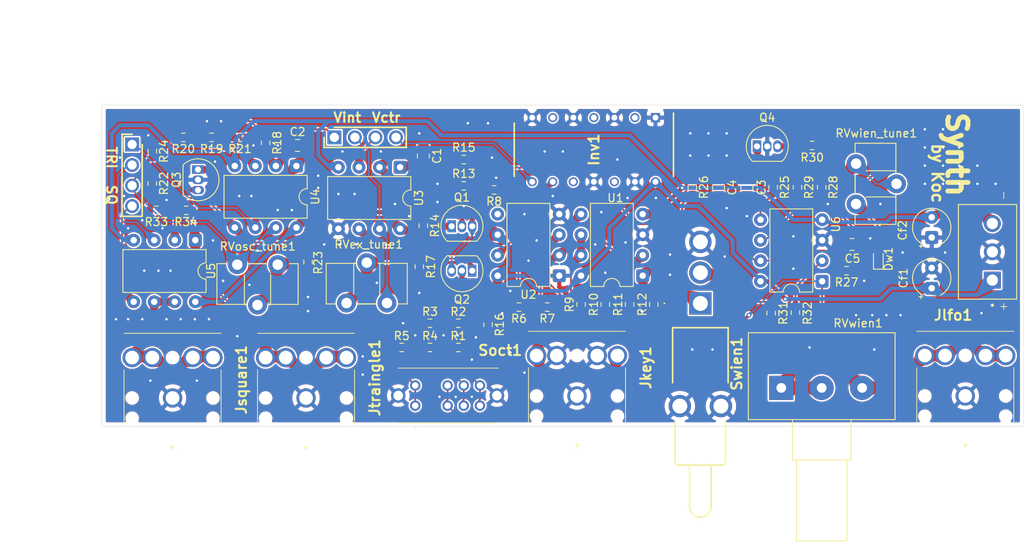
<source format=kicad_pcb>
(kicad_pcb (version 20241229) (generator "pcbnew") (generator_version "9.0")
  (layers (0 "F.Cu" signal) (2 "B.Cu" signal) (13 "F.Paste" user) (15 "B.Paste" user) (5 "F.SilkS" user "F.Silkscreen") (7 "B.SilkS" user "B.Silkscreen") (1 "F.Mask" user) (3 "B.Mask" user) (25 "Edge.Cuts" user))
  (net 0 "")
  (net 1 "/Vouttri")
  (net 2 "GND")
  (net 3 "Net-(Dw1-A)")
  (net 4 "Net-(Dw1-K)")
  (net 5 "+5V")
  (net 6 "-5V")
  (net 7 "/Vtriangle")
  (net 8 "/Vkeys")
  (net 9 "/Vsquare")
  (net 10 "/vlfo")
  (net 11 "Net-(Swien1-NO)")
  (net 12 "/Voutsq")
  (net 13 "Net-(Swien1-COM)")
  (net 14 "/inv_exp_out")
  (net 15 "/inv_exp_in")
  (net 21 "Net-(Q1-C)")
  (net 22 "Net-(C1-Pad2)")
  (net 23 "Net-(U4A--)")
  (net 24 "Net-(U6B-+)")
  (net 25 "Net-(C4-Pad1)")
  (net 26 "Net-(Q1-E)")
  (net 27 "Net-(Q1-B)")
  (net 28 "Net-(Q2-C)")
  (net 29 "Net-(Q2-B)")
  (net 30 "Net-(Q3-G)")
  (net 31 "Net-(Q3-D)")
  (net 32 "Net-(Q4-D)")
  (net 33 "Net-(Soct1-NO_2)")
  (net 34 "Net-(Soct1-COM_1)")
  (net 35 "Net-(Soct1-NC_1)")
  (net 36 "Net-(U2--)")
  (net 37 "Net-(U1B--)")
  (net 38 "Net-(U1A--)")
  (net 39 "Net-(R12-Pad2)")
  (net 40 "Net-(R17-Pad2)")
  (net 41 "Net-(U4A-+)")
  (net 42 "Net-(U4B-+)")
  (net 43 "Net-(R23-Pad1)")
  (net 44 "Net-(R28-Pad1)")
  (net 45 "Net-(U6B--)")
  (net 46 "Net-(U6A--)")
  (net 47 "Net-(R32-Pad2)")
  (net 48 "Net-(U5A--)")
  (net 49 "Net-(Soct1-NO_1)")
  (net 51 "Net-(U5B-+)")
  (net 52 "Net-(U5A-+)")
  (net 53 "Net-(J2-Pad1)")
  (net 54 "Net-(J2-Pad2)")
  (net 55 "Net-(U3A-+)")
  (footprint "Capacitor_SMD:C_0805_2012Metric" (layer "F.Cu") (at 109.45 39.5)
    (property "Reference" "C2")
    (property "Value" "3n" (hide yes))
  )
  (footprint "Package_DIP:DIP-8_W7.62mm" (layer "F.Cu") (at 152.12 55.62 180)
    (property "Reference" "U1")
    (property "Value" "Opamp_Dual" (hide yes))
  )
  (footprint "Resistor_SMD:R_0603_1608Metric" (layer "F.Cu") (at 105.5 39.175 -90)
    (property "Reference" "R18")
    (property "Value" "47k" (hide yes))
  )
  (footprint "Capacitor_SMD:C_0805_2012Metric" (layer "F.Cu") (at 178 51.75 180)
    (property "Reference" "C5")
    (property "Value" "10u" (hide yes))
  )
  (footprint "Potentiometer_THT:Potentiometer_ACP_CA9-H5_Horizontal" (layer "F.Cu") (at 115.505 59 90)
    (property "Reference" "RVex_tune1")
    (property "Value" "R10k" (hide yes))
  )
  (footprint "Sw_onx3_EG2315:EG2315" (layer "F.Cu") (at 124 71.7)
    (property "Reference" "Soct1")
    (property "Value" "EG2315" (hide yes))
  )
  (footprint "Resistor_SMD:R_0603_1608Metric" (layer "F.Cu") (at 173.075 39.5 180)
    (property "Reference" "R30")
    (property "Value" "68k" (hide yes))
  )
  (footprint "Package_TO_SOT_THT:TO-92_Inline" (layer "F.Cu") (at 166.25 39.61)
    (property "Reference" "Q4")
    (property "Value" "j201" (hide yes))
  )
  (footprint "SJ1-3524N:SJ13524N" (layer "F.Cu") (at 110.5 70.75 90)
    (property "Reference" "Jtraingle1")
    (property "Value" "SJ1-3524N" (hide yes))
  )
  (footprint "Package_DIP:DIP-8_W7.62mm" (layer "F.Cu") (at 109.31 42.04 -90)
    (property "Reference" "U4")
    (property "Value" "MCP601-I/P" (hide yes))
  )
  (footprint "Resistor_SMD:R_0603_1608Metric" (layer "F.Cu") (at 125.825 64.5)
    (property "Reference" "R4")
    (property "Value" "20k" (hide yes))
  )
  (footprint "Resistor_SMD:R_0603_1608Metric" (layer "F.Cu") (at 147.5 59.175 90)
    (property "Reference" "R10")
    (property "Value" "100k" (hide yes))
  )
  (footprint "Resistor_SMD:R_0603_1608Metric" (layer "F.Cu") (at 177.325 55 180)
    (property "Reference" "R27")
    (property "Value" "560" (hide yes))
  )
  (footprint "Package_DIP:DIP-8_W7.62mm" (layer "F.Cu") (at 141.805 55.62 180)
    (property "Reference" "U2")
    (property "Value" "LM311" (hide yes))
  )
  (footprint "Capacitor_SMD:C_0805_2012Metric" (layer "F.Cu") (at 125 40.8 -90)
    (property "Reference" "C1")
    (property "Value" "1n" (hide yes))
  )
  (footprint "Resistor_SMD:R_0603_1608Metric" (layer "F.Cu") (at 150.5 59.175 90)
    (property "Reference" "R11")
    (property "Value" "100k" (hide yes))
  )
  (footprint "Resistor_SMD:R_0603_1608Metric" (layer "F.Cu") (at 124.5 54.5 -90)
    (property "Reference" "R17")
    (property "Value" "47k" (hide yes))
  )
  (footprint "Resistor_SMD:R_0603_1608Metric" (layer "F.Cu") (at 133 61.675 -90)
    (property "Reference" "R16")
    (property "Value" "1k" (hide yes))
  )
  (footprint "TBP02R2-381-06BE:CUI_TBP03R2-350-03BE" (layer "F.Cu") (at 195.35 56.1625 90)
    (property "Reference" "PS1" (hide yes))
    (property "Value" "TBP03R2-350-03BE" (hide yes))
  )
  (footprint "Package_TO_SOT_THT:TO-92_Inline" (layer "F.Cu") (at 131.04 55 180)
    (property "Reference" "Q2")
    (property "Value" "BC548")
  )
  (footprint "Resistor_SMD:R_0603_1608Metric" (layer "F.Cu") (at 168.25 44.675 -90)
    (property "Reference" "R25")
    (property "Value" "680k" (hide yes))
  )
  (footprint "Resistor_SMD:R_0603_1608Metric" (layer "F.Cu") (at 153.5 59.175 90)
    (property "Reference" "R12")
    (property "Value" "2k" (hide yes))
  )
  (footprint "Resistor_SMD:R_0603_1608Metric" (layer "F.Cu") (at 91.5 40.205 -90)
    (property "Reference" "R24")
    (property "Value" "1Meg" (hide yes))
  )
  (footprint "Resistor_SMD:R_0603_1608Metric" (layer "F.Cu") (at 110.75 53.925 90)
    (property "Reference" "R23")
    (property "Value" "100k" (hide yes))
  )
  (footprint "Resistor_SMD:R_0603_1608Metric" (layer "F.Cu") (at 91.5 44.205 -90)
    (property "Reference" "R22")
    (property "Value" "100k" (hide yes))
  )
  (footprint "Resistor_SMD:R_0603_1608Metric" (layer "F.Cu") (at 125.825 61.5)
    (property "Reference" "R3")
    (property "Value" "20k" (hide yes))
  )
  (footprint "Capacitor_THT:CP_Radial_Tantal_D4.5mm_P2.50mm" (layer "F.Cu") (at 187.85 50.891356 90)
    (property "Reference" "Cf2")
    (property "Value" "10u" (hide yes))
  )
  (footprint "Resistor_SMD:R_0603_1608Metric" (layer "F.Cu") (at 98.825 38.5 180)
    (property "Reference" "R19")
    (property "Value" "100k" (hide yes))
  )
  (footprint "Resistor_SMD:R_0603_1608Metric" (layer "F.Cu") (at 158.25 44.675 -90)
    (property "Reference" "R26")
    (property "Value" "680k" (hide yes))
  )
  (footprint "SJ1-3524N:SJ13524N" (layer "F.Cu") (at 94 70.75 90)
    (property "Reference" "Jsquare1")
    (property "Value" "SJ1-3524N" (hide yes))
  )
  (footprint "Resistor_SMD:R_0603_1608Metric" (layer "F.Cu") (at 129.325 61.5)
    (property "Reference" "R2")
    (property "Value" "100k" (hide yes))
  )
  (footprint "Potentiometer_THT:Potentiometer_Alps_RK163_Single_Horizontal" (layer "F.Cu") (at 169.25 69.5 90)
    (property "Reference" "RVwien1")
    (property "Value" "R20k" (hide yes))
  )
  (footprint "Capacitor_SMD:C_0805_2012Metric" (layer "F.Cu") (at 165 44.7 90)
    (property "Reference" "C3")
    (property "Value" "22n" (hide yes))
  )
  (footprint "SJ1-3524N:SJ13524N" (layer "F.Cu") (at 144 70.5 90)
    (property "Reference" "Jkey1")
    (property "Value" "SJ1-3524N" (hide yes))
  )
  (footprint "Resistor_SMD:R_0603_1608Metric" (layer "F.Cu") (at 130 44.5 180)
    (property "Reference" "R13")
    (property "Value" "1k" (hide yes))
  )
  (footprint "1MS1T1B4M7QES:1MS1T1B4M7QES" (layer "F.Cu") (at 159.25 59.05)
    (property "Reference" "Swien1")
    (property "Value" "1MS1T1B4M7QES" (hide yes))
  )
  (footprint "Resistor_SMD:R_0603_1608Metric" (layer "F.Cu") (at 171.25 44.675 -90)
    (property "Reference" "R29")
    (property "Value" "33k" (hide yes))
  )
  (footprint "Resistor_SMD:R_0603_1608Metric" (layer "F.Cu") (at 171 60.175 -90)
    (property "Reference" "R32")
    (property "Value" "20k" (hide yes))
  )
  (footprint "Resistor_SMD:R_0603_1608Metric" (layer "F.Cu") (at 130 41.25 180)
    (property "Reference" "R15")
    (property "Value" "1k" (hide yes))
  )
  (footprint "Package_DIP:DIP-8_W7.62mm" (layer "F.Cu") (at 174.305 56.31 180)
    (property "Reference" "U6")
    (property "Value" "MCP601-I/P" (hide yes))
  )
  (footprint "Capacitor_SMD:C_0805_2012Metric" (layer "F.Cu") (at 161.5 44.7 -90)
    (property "Reference" "C4")
    (property "Value" "22n" (hide yes))
  )
  (footprint "SN74LS06NE4:DIP794W53P254L1930H508Q14N" (layer "F.Cu") (at 146.08 40.03 -90)
    (property "Reference" "Inv1")
    (property "Value" "SN74LS06NE4" (hide yes))
  )
  (footprint "Resistor_SMD:R_0603_1608Metric" (layer "F.Cu") (at 174.25 44.675 -90)
    (property "Reference" "R28")
    (property "Value" "68k" (hide yes))
  )
  (footprint "Resistor_SMD:R_0603_1608Metric" (layer "F.Cu") (at 133.75 45 180)
    (property "Reference" "R8")
    (property "Value" "100k" (hide yes))
  )
  (footprint "Resistor_SMD:R_0603_1608Metric" (layer "F.Cu") (at 122.325 64.5)
    (property "Reference" "R5")
    (property "Value" "10k" (hide yes))
  )
  (footprint "Resistor_SMD:R_0603_1608Metric" (layer "F.Cu") (at 95.675 47.53 180)
    (property "Reference" "R34")
    (property "Value" "82k" (hide yes))
  )
  (footprint "Resistor_SMD:R_0603_1608Metric" (layer "F.Cu") (at 140.325 59.5 180)
    (property "Reference" "R7")
    (property "Value" "10k" (hide yes))
  )
  (footprint "Potentiometer_THT:Potentiometer_ACP_CA9-H5_Horizontal" (layer "F.Cu") (at 107 54.25 -90)
    (property "Reference" "RVosc_tune1")
    (property "Value" "R10k" (hide yes))
  )
  (footprint "Resistor_SMD:R_0603_1608Metric" (layer "F.Cu") (at 102.325 38.5 180)
    (property "Reference" "R21")
    (property "Value" "24k" (hide yes))
  )
  (footprint "J_1x4_22-28-4040:HDRV4W66P0X254_1X4_1016X249X838P" (layer "F.Cu") (at 114 38.5)
    (property "Reference" "J2" (hide yes))
    (property "Value" "22-28-4040" (hide yes))
  )
  (footprint "Resistor_SMD:R_0603_1608Metric" (layer "F.Cu") (at 125 49.425 -90)
    (property "Reference" "R14")
    (property "Value" "1Meg" (hide yes))
  )
  (footprint "Package_DIP:DIP-8_W7.62mm" (layer "F.Cu") (at 122.12 42.195 -90)
    (property "Reference" "U3")
    (property "Value" "Opamp_Dual" (hide yes))
  )
  (footprint "Resistor_SMD:R_0603_1608Metric" (layer "F.Cu") (at 168 60.25 -90)
    (property "Reference" "R31")
    (property "Value" "100k" (hide yes))
  )
  (footprint "Potentiometer_THT:Potentiometer_ACP_CA9-H5_Horizontal" (layer "F.Cu") (at 178.5 41.75)
    (property "Reference" "RVwien_tune1")
    (property "Value" "R10k" (hide yes))
  )
  (footprint "Resistor_SMD:R_0603_1608Metric" (layer "F.Cu") (at 129.325 64.5)
    (property "Reference" "R1")
    (property "Value" "100k" (hide yes))
  )
  (footprint "Diode_SMD:D_SOD-523" (layer "F.Cu") (at 181.25 53.55 90)
    (property "Reference" "Dw1")
    (property "Value" "1N4148WT" (hide yes))
  )
  (footprint "Package_TO_SOT_THT:TO-92_Inline" (layer "F.Cu") (at 128.5 49.5)
    (property "Reference" "Q1")
    (property "Value" "BC548")
  )
  (footprint "SJ1-3524N:SJ13524N" (layer "F.Cu") (at 192 70.5 90)
    (property "Reference" "Jlfo1")
    (property "Value" "SJ1-3524N" (hide yes))
  )
  (footprint "J_1x4_22-28-4040:HDRV4W66P0X254_1X4_1016X249X838P" (layer "F.Cu") (at 89 39.38 -90)
    (property "Reference" "J1" (hide yes))
    (property "Value" "22-28-4040" (hide yes))
  )
  (footprint "Resistor_SMD:R_0603_1608Metric" (layer "F.Cu") (at 144.5 59.175 90)
    (property "Reference" "R9")
    (property "Value" "100k" (hide yes))
  )
  (footprint "Resistor_SMD:R_0603_1608Metric" (layer "F.Cu") (at 95.325 38.5 180)
    (property "Reference" "R20")
    (property "Value" "100k" (hide yes))
  )
  (footprint "Package_DIP:DIP-8_W7.62mm" (layer "F.Cu") (at 96.81 51.225 -90)
    (property "Reference" "U5")
    (property "Value" "MCP601-I/P" (hide yes))
  )
  (footprint "Resistor_SMD:R_0603_1608Metric" (layer "F.Cu") (at 92 47.53 180)
    (property "Reference" "R33")
    (property "Value" "100k" (hide yes))
  )
  (footprint "Package_TO_SOT_THT:TO-92_Inline" (layer "F.Cu") (at 97.14 42.48 -90)
    (property "Reference" "Q3")
    (property "Value" "J201" (hide yes))
  )
  (footprint "Resistor_SMD:R_0603_1608Metric" (layer "F.Cu") (at 136.825 59.5 180)
    (property "Reference" "R6")
    (property "Value" "2Meg" (hide yes))
  )
  (footprint "Capacitor_THT:CP_Radial_Tantal_D4.5mm_P2.50mm" (layer "F.Cu") (at 187.85 57.1625 90)
    (property "Reference" "Cf1")
    (property "Value" "10u" (hide yes))
  )
  (gr_rect (start 85.25 34.5) (end 199.25 74.25) (stroke (width 0.05)) (fill no) (layer "Edge.Cuts"))
  (gr_text "Synth\n" (at 189.5 35.105 270) (layer "F.SilkS") (effects (font (size 2.5 2.5) (thickness 0.6) (bold yes)) (justify left bottom)))
  (gr_text "Vctr\n" (at 118.5 36.75 0) (layer "F.SilkS") (effects (font (size 1.2 1.2) (thickness 0.25) (bold yes)) (justify left bottom)))
  (gr_text "Vint\n" (at 113.75 36.75 0) (layer "F.SilkS") (effects (font (size 1.2 1.2) (thickness 0.25) (bold yes)) (justify left bottom)))
  (gr_text "TRI\n" (at 85.75 39.5 270) (layer "F.SilkS") (effects (font (size 1.2 1.2) (thickness 0.25) (bold yes)) (justify left bottom)))
  (gr_text "by Koc\n" (at 187.75 39.105 270) (layer "F.SilkS") (effects (font (size 1.4 1.4) (thickness 0.3) (bold yes)) (justify left bottom)))
  (gr_text "+\n" (at 196.25 58.75 270) (layer "F.SilkS") (effects (font (size 1 1) (thickness 0.1)) (justify left bottom)))
  (gr_text "SQ\n" (at 85.75 44.25 270) (layer "F.SilkS") (effects (font (size 1.2 1.2) (thickness 0.25) (bold yes)) (justify left bottom)))
  (gr_text "-" (at 196.25 45 270) (layer "F.SilkS") (effects (font (size 1 1) (thickness 0.1)) (justify left bottom)))
  (segment (start 104.23 49.66) (end 104.23 47.12) (width 0.2) (layer "F.Cu") (net 1))
  (segment (start 110.4 40.95) (end 109.31 42.04) (width 0.2) (layer "F.Cu") (net 1))
  (segment (start 104.23 47.12) (end 109.31 42.04) (width 0.2) (layer "F.Cu") (net 1))
  (segment (start 110.4 39.5) (end 110.4 40.95) (width 0.2) (layer "F.Cu") (net 1))
  (segment (start 101.82 47.25) (end 104.23 49.66) (width 0.2) (layer "B.Cu") (net 1))
  (segment (start 88.5 39.38) (end 89.38 39.38) (width 0.2) (layer "B.Cu") (net 1))
  (segment (start 89.38 39.38) (end 97.25 47.25) (width 0.2) (layer "B.Cu") (net 1))
  (segment (start 97.25 47.25) (end 101.82 47.25) (width 0.2) (layer "B.Cu") (net 1))
  (segment (start 91.5 45.03) (end 91.5 47.205) (width 0.2) (layer "F.Cu") (net 2))
  (segment (start 91.5 47.205) (end 91.175 47.53) (width 0.2) (layer "F.Cu") (net 2))
  (via (at 96.75 61) (size 0.6) (drill 0.3) (layers "F.Cu" "B.Cu") (net 2))
  (via (at 137.5 67.605) (size 0.6) (drill 0.3) (layers "F.Cu" "B.Cu") (net 2))
  (via (at 158.25 64.75) (size 0.6) (drill 0.3) (layers "F.Cu" "B.Cu") (net 2))
  (via (at 181.5 46.75) (size 0.6) (drill 0.3) (layers "F.Cu" "B.Cu") (net 2))
  (via (at 88.5 61) (size 0.6) (drill 0.3) (layers "F.Cu" "B.Cu") (net 2))
  (via (at 93.25 61) (size 0.6) (drill 0.3) (layers "F.Cu" "B.Cu") (net 2))
  (via (at 140 40.25) (size 0.6) (drill 0.3) (layers "F.Cu" "B.Cu") (net 2))
  (via (at 124 63) (size 0.6) (drill 0.3) (layers "F.Cu" "B.Cu") (net 2))
  (via (at 187 39.75) (size 0.6) (drill 0.3) (layers "F.Cu" "B.Cu") (net 2))
  (via (at 95 61) (size 0.6) (drill 0.3) (layers "F.Cu" "B.Cu") (net 2))
  (via (at 100.25 56.25) (size 0.6) (drill 0.3) (layers "F.Cu" "B.Cu") (net 2))
  (via (at 107 39.5) (size 0.6) (drill 0.3) (layers "F.Cu" "B.Cu") (net 2))
  (via (at 139 51.25) (size 0.6) (drill 0.3) (layers "F.Cu" "B.Cu") (net 2))
  (via (at 184 60.5) (size 0.6) (drill 0.3) (layers "F.Cu" "B.Cu") (net 2))
  (via (at 87 61) (size 0.6) (drill 0.3) (layers "F.Cu" "B.Cu") (net 2))
  (via (at 191.25 44.25) (size 0.6) (drill 0.3) (layers "F.Cu" "B.Cu") (net 2))
  (via (at 112.75 51.75) (size 0.6) (drill 0.3) (layers "F.Cu" "B.Cu") (net 2))
  (via (at 153.75 46) (size 0.6) (drill 0.3) (layers "F.Cu" "B.Cu") (net 2))
  (via (at 178.5 60.5) (size 0.6) (drill 0.3) (layers "F.Cu" "B.Cu") (net 2))
  (via (at 172.75 64.5) (size 0.6) (drill 0.3) (layers "F.Cu" "B.Cu") (net 2))
  (via (at 158 40.75) (size 0.6) (drill 0.3) (layers "F.Cu" "B.Cu") (net 2))
  (via (at 117.5 65.605) (size 0.6) (drill 0.3) (layers "F.Cu" "B.Cu") (net 2))
  (via (at 129.25 63) (size 0.6) (drill 0.3) (layers "F.Cu" "B.Cu") (net 2))
  (via (at 182.25 60.5) (size 0.6) (drill 0.3) (layers "F.Cu" "B.Cu") (net 2))
  (via (at 150.25 46) (size 0.6) (drill 0.3) (layers "F.Cu" "B.Cu") (net 2))
  (via (at 116.5 45.5) (size 0.6) (drill 0.3) (layers "F.Cu" "B.Cu") (net 2))
  (via (at 129 70.605) (size 0.6) (drill 0.3) (layers "F.Cu" "B.Cu") (net 2))
  (via (at 99.25 41.5) (size 0.6) (drill 0.3) (layers "F.Cu" "B.Cu") (net 2))
  (via (at 189.25 39.75) (size 0.6) (drill 0.3) (layers "F.Cu" "B.Cu") (net 2))
  (via (at 99 51.25) (size 0.6) (drill 0.3) (layers "F.Cu" "B.Cu") (net 2))
  (via (at 121.5 46.75) (size 0.6) (drill 0.3) (layers "F.Cu" "B.Cu") (net 2))
  (via (at 110.75 60) (size 0.6) (drill 0.3) (layers "F.Cu" "B.Cu") (net 2))
  (via (at 170.75 50.75) (size 0.6) (drill 0.3) (layers "F.Cu" "B.Cu") (net 2))
  (via (at 155.5 55.5) (size 0.6) (drill 0.3) (layers "F.Cu" "B.Cu") (net 2))
  (via (at 87.5 41) (size 0.6) (drill 0.3) (layers "F.Cu" "B.Cu") (net 2))
  (via (at 114.75 51.75) (size 0.6) (drill 0.3) (layers "F.Cu" "B.Cu") (net 2))
  (via (at 90.5 55) (size 0.6) (drill 0.3) (layers "F.Cu" "B.Cu") (net 2))
  (via (at 170.75 54.75) (size 0.6) (drill 0.3) (layers "F.Cu" "B.Cu") (net 2))
  (via (at 189.25 44.25) (size 0.6) (drill 0.3) (layers "F.Cu" "B.Cu") (net 2))
  (via (at 102 63.105) (size 0.6) (drill 0.3) (layers "F.Cu" "B.Cu") (net 2))
  (via (at 162.5 38) (size 0.6) (drill 0.3) (layers "F.Cu" "B.Cu") (net 2))
  (via (at 147 47.75) (size 0.6) (drill 0.3) (layers "F.Cu" "B.Cu") (net 2))
  (via (at 91.25 68.605) (size 0.6) (drill 0.3) (layers "F.Cu" "B.Cu") (net 2))
  (via (at 116.75 51.75) (size 0.6) (drill 0.3) (layers "F.Cu" "B.Cu") (net 2))
  (via (at 189.25 37.5) (size 0.6) (drill 0.3) (layers "F.Cu" "B.Cu") (net 2))
  (via (at 103.75 45.75) (size 0.6) (drill 0.3) (layers "F.Cu" "B.Cu") (net 2))
  (via (at 97 68.605) (size 0.6) (drill 0.3) (layers "F.Cu" "B.Cu") (net 2))
  (via (at 107 47.5) (size 0.6) (drill 0.3) (layers "F.Cu" "B.Cu") (net 2))
  (via (at 112 44.75) (size 0.6) (drill 0.3) (layers "F.Cu" "B.Cu") (net 2))
  (via (at 137.5 48) (size 0.6) (drill 0.3) (layers "F.Cu" "B.Cu") (net 2))
  (via (at 135.75 65.105) (size 0.6) (drill 0.3) (layers "F.Cu" "B.Cu") (net 2))
  (via (at 133 36.75) (size 0.6) (drill 0.3) (layers "F.Cu" "B.Cu") (net 2))
  (via (at 187 37.5) (size 0.6) (drill 0.3) (layers "F.Cu" "B.Cu") (net 2))
  (via (at 114.5 45.5) (size 0.6) (drill 0.3) (layers "F.Cu" "B.Cu") (net 2))
  (via (at 93.75 55) (size 0.6) (drill 0.3) (layers "F.Cu" "B.Cu") (net 2))
  (via (at 180.5 60.5) (size 0.6) (drill 0.3) (layers "F.Cu" "B.Cu") (net 2))
  (via (at 119.25 56.5) (size 0.6) (drill 0.3) (layers "F.Cu" "B.Cu") (net 2))
  (via (at 126.75 44.25) (size 0.6) (drill 0.3) (layers "F.Cu" "B.Cu") (net 2))
  (via (at 108.75 47.5) (size 0.6) (drill 0.3) (layers "F.Cu" "B.Cu") (net 2))
  (via (at 131.5 63.25) (size 0.6) (drill 0.3) (layers "F.Cu" "B.Cu") (net 2))
  (via (at 189.25 42) (size 0.6) (drill 0.3) (layers "F.Cu" "B.Cu") (net 2))
  (via (at 162.5 40.75) (size 0.6) (drill 0.3) (layers "F.Cu" "B.Cu") (net 2))
  (via (at 127 70.605) (size 0.6) (drill 0.3) (layers "F.Cu" "B.Cu") (net 2))
  (via (at 117.5 67.855) (size 0.6) (drill 0.3) (layers "F.Cu" "B.Cu") (net 2))
  (via (at 134.75 60.25) (size 0.6) (drill 0.3) (layers "F.Cu" "B.Cu") (net 2))
  (via (at 88 45.75) (size 0.6) (drill 0.3) (layers "F.Cu" "B.Cu") (net 2))
  (via (at 103.5 56.75) (size 0.6) (drill 0.3) (layers "F.Cu" "B.Cu") (net 2))
  (via (at 187 42) (size 0.6) (drill 0.3) (layers "F.Cu" "B.Cu") (net 2))
  (via (at 138 53.75) (size 0.6) (drill 0.3) (layers "F.Cu" "B.Cu") (net 2))
  (via (at 142.25 40.25) (size 0.6) (drill 0.3) (layers "F.Cu" "B.Cu") (net 2))
  (via (at 165 48.25) (size 0.6) (drill 0.3) (layers "F.Cu" "B.Cu") (net 2))
  (via (at 98.25 36.5) (size 0.6) (drill 0.3) (layers "F.Cu" "B.Cu") (net 2))
  (via (at 123.25 48.25) (size 0.6) (drill 0.3) (layers "F.Cu" "B.Cu") (net 2))
  (via (at 160.25 40.75) (size 0.6) (drill 0.3) (layers "F.Cu" "B.Cu") (net 2))
  (via (at 189.5 52.75) (size 0.6) (drill 0.3) (layers "F.Cu" "B.Cu") (net 2))
  (via (at 98.5 61) (size 0.6) (drill 0.3) (layers "F.Cu" "B.Cu") (net 2))
  (via (at 150 51.5) (size 0.6) (drill 0.3) (layers "F.Cu" "B.Cu") (net 2))
  (via (at 149 41.25) (size 0.6) (drill 0.3) (layers "F.Cu" "B.Cu") (net 2))
  (via (at 160.75 64.75) (size 0.6) (drill 0.3) (layers "F.Cu" "B.Cu") (net 2))
  (via (at 90.25 48.75) (size 0.6) (drill 0.3) (layers "F.Cu" "B.Cu") (net 2))
  (via (at 155.5 53) (size 0.6) (drill 0.3) (layers "F.Cu" "B.Cu") (net 2))
  (via (at 102.25 45.75) (size 0.6) (drill 0.3) (layers "F.Cu" "B.Cu") (net 2))
  (via (at 191.25 39.75) (size 0.6) (drill 0.3) (layers "F.Cu" "B.Cu") (net 2))
  (via (at 152 60) (size 0.6) (drill 0.3) (layers "F.Cu" "B.Cu") (net 2))
  (via (at 88.5 49.75) (size 0.6) (drill 0.3) (layers "F.Cu" "B.Cu") (net 2))
  (via (at 179.5 56.25) (size 0.6) (drill 0.3) (layers "F.Cu" "B.Cu") (net 2))
  (via (at 180.25 51) (size 0.6) (drill 0.3) (layers "F.Cu" "B.Cu") (net 2))
  (via (at 124.5 38) (size 0.6) (drill 0.3) (layers "F.Cu" "B.Cu") (net 2))
  (via (at 124.5 57.75) (size 0.6) (drill 0.3) (layers "F.Cu" "B.Cu") (net 2))
  (via (at 135.75 57.5) (size 0.6) (drill 0.3) (layers "F.Cu" "B.Cu") (net 2))
  (via (at 127.5 63) (size 0.6) (drill 0.3) (layers "F.Cu" "B.Cu") (net 2))
  (via (at 112 43.25) (size 0.6) (drill 0.3) (layers "F.Cu" "B.Cu") (net 2))
  (via (at 110.75 58.25) (size 0.6) (drill 0.3) (layers "F.Cu" "B.Cu") (net 2))
  (via (at 147.5 55.25) (size 0.6) (drill 0.3) (layers "F.Cu" "B.Cu") (net 2))
  (via (at 131 70.605) (size 0.6) (drill 0.3) (layers "F.Cu" "B.Cu") (net 2))
  (via (at 141 45.75) (size 0.6) (drill 0.3) (layers "F.Cu" "B.Cu") (net 2))
  (via (at 195.75 44.25) (size 0.6) (drill 0.3) (layers "F.Cu" "B.Cu") (net 2))
  (via (at 126.75 46.5) (size 0.6) (drill 0.3) (layers "F.Cu" "B.Cu") (net 2))
  (via (at 90.25 61) (size 0.6) (drill 0.3) (layers "F.Cu" "B.Cu") (net 2))
  (via (at 134 43.5) (size 0.6) (drill 0.3) (layers "F.Cu" "B.Cu") (net 2))
  (via (at 158 38) (size 0.6) (drill 0.3) (layers "F.Cu" "B.Cu") (net 2))
  (via (at 193.5 44.25) (size 0.6) (drill 0.3) (layers "F.Cu" "B.Cu") (net 2))
  (via (at 131 66) (size 0.6) (drill 0.3) (layers "F.Cu" "B.Cu") (net 2))
  (via (at 100 36.5) (size 0.6) (drill 0.3) (layers "F.Cu" "B.Cu") (net 2))
  (via (at 122.5 61.5) (size 0.6) (drill 0.3) (layers "F.Cu" "B.Cu") (net 2))
  (via (at 162.25 53.25) (size 0.6) (drill 0.3) (layers "F.Cu" "B.Cu") (net 2))
  (via (at 92.25 55) (size 0.6) (drill 0.3) (layers "F.Cu" "B.Cu") (net 2))
  (via (at 193.5 42) (size 0.6) (drill 0.3) (layers "F.Cu" "B.Cu") (net 2))
  (via (at 133.5 41) (size 0.6) (drill 0.3) (layers "F.Cu" "B.Cu") (net 2))
  (via (at 187 44.25) (size 0.6) (drill 0.3) (layers "F.Cu" "B.Cu") (net 2))
  (via (at 160.25 38) (size 0.6) (drill 0.3) (layers "F.Cu" "B.Cu") (net 2))
  (via (at 115 40.25) (size 0.6) (drill 0.3) (layers "F.Cu" "B.Cu") (net 2))
  (via (at 162.5 47.25) (size 0.6) (drill 0.3) (layers "F.Cu" "B.Cu") (net 2))
  (via (at 194 60.25) (size 0.6) (drill 0.3) (layers "F.Cu" "B.Cu") (net 2))
  (via (at 175 46.75) (size 0.6) (drill 0.3) (layers "F.Cu" "B.Cu") (net 2))
  (via (at 146.25 51.75) (size 0.6) (drill 0.3) (layers "F.Cu" "B.Cu") (net 2))
  (via (at 184.25 52.75) (size 0.6) (drill 0.3) (layers "F.Cu" "B.Cu") (net 2))
  (via (at 104 39.5) (size 0.6) (drill 0.3) (layers "F.Cu" "B.Cu") (net 2))
  (via (at 104.5 52.5) (size 0.6) (drill 0.3) (layers "F.Cu" "B.Cu") (net 2))
  (via (at 92.75 49.75) (size 0.6) (drill 0.3) (layers "F.Cu" "B.Cu") (net 2))
  (via (at 130.5 36.75) (size 0.6) (drill 0.3) (layers "F.Cu" "B.Cu") (net 2))
  (via (at 191.25 42) (size 0.6) (drill 0.3) (layers "F.Cu" "B.Cu") (net 2))
  (via (at 91 38.25) (size 0.6) (drill 0.3) (layers "F.Cu" "B.Cu") (net 2))
  (via (at 93.25 46.25) (size 0.6) (drill 0.3) (layers "F.Cu" "B.Cu") (net 2))
  (via (at 119.75 40.25) (size 0.6) (drill 0.3) (layers "F.Cu" "B.Cu") (net 2))
  (via (at 130 47) (size 0.6) (drill 0.3) (layers "F.Cu" "B.Cu") (net 2))
  (via (at 180.75 64.75) (size 0.6) (drill 0.3) (layers "F.Cu" "B.Cu") (net 2))
  (segment (start 142.08 48) (end 141.805 48) (width 0.2) (layer "B.Cu") (net 2))
  (segment (start 178.95 52.3) (end 178.95 50.45) (width 0.2) (layer "F.Cu") (net 3))
  (segment (start 178.5 38) (end 173.5 38) (width 0.2) (layer "F.Cu") (net 3))
  (segment (start 176.5 45.5) (end 177.75 44.25) (width 0.2) (layer "F.Cu") (net 3))
  (segment (start 177.75 44.25) (end 179.5 44.25) (width 0.2) (layer "F.Cu") (net 3))
  (segment (start 176.5 48) (end 176.5 45.5) (width 0.2) (layer "F.Cu") (net 3))
  (segment (start 168.79 39.61) (end 172.14 39.61) (width 0.2) (layer "F.Cu") (net 3))
  (segment (start 172.25 39.25) (end 172.25 39.5) (width 0.2) (layer "F.Cu") (net 3))
  (segment (start 181 40.5) (end 178.5 38) (width 0.2) (layer "F.Cu") (net 3))
  (segment (start 181 42.75) (end 181 40.5) (width 0.2) (layer "F.Cu") (net 3))
  (segment (start 178.95 50.45) (end 176.5 48) (width 0.2) (layer "F.Cu") (net 3))
  (segment (start 173.5 38) (end 172.25 39.25) (width 0.2) (layer "F.Cu") (net 3))
  (segment (start 179.5 44.25) (end 181 42.75) (width 0.2) (layer "F.Cu") (net 3))
  (segment (start 179.5 52.85) (end 178.95 52.3) (width 0.2) (layer "F.Cu") (net 3))
  (segment (start 181.25 52.85) (end 179.5 52.85) (width 0.2) (layer "F.Cu") (net 3))
  (segment (start 172.14 39.61) (end 172.25 39.5) (width 0.2) (layer "F.Cu") (net 3))
  (segment (start 180.5 55) (end 181.25 54.25) (width 0.2) (layer "F.Cu") (net 4))
  (segment (start 178.15 55) (end 180.5 55) (width 0.2) (layer "F.Cu") (net 4))
  (segment (start 109.31 49.66) (end 111.22 47.75) (width 0.5) (layer "F.Cu") (net 5))
  (segment (start 134.04 50.54) (end 132.75 49.25) (width 0.5) (layer "F.Cu") (net 5))
  (segment (start 122.12 49.815) (end 123.065 49.815) (width 0.5) (layer "F.Cu") (net 5))
  (segment (start 134.185 50.54) (end 134.04 50.54) (width 0.5) (layer "F.Cu") (net 5))
  (segment (start 169.75 58.5) (end 167.55 56.3) (width 0.5) (layer "F.Cu") (net 5))
  (segment (start 134.185 55.62) (end 134.185 57.685) (width 0.5) (layer "F.Cu") (net 5))
  (segment (start 111.22 47.75) (end 120.055 47.75) (width 0.5) (layer "F.Cu") (net 5))
  (segment (start 132.75 45.175) (end 132.925 45) (width 0.5) (layer "F.Cu") (net 5))
  (segment (start 132.75 49.25) (end 132.75 45.175) (width 0.5) (layer "F.Cu") (net 5))
  (segment (start 134.71 50.54) (end 134.185 50.54) (width 0.5) (layer "F.Cu") (net 5))
  (segment (start 136 59.5) (end 136 61.75) (width 0.5) (layer "F.Cu") (net 5))
  (segment (start 134.185 57.685) (end 136 59.5) (width 0.5) (layer "F.Cu") (net 5))
  (segment (start 136 61.75) (end 133.25 64.5) (width 0.5) (layer "F.Cu") (net 5))
  (segment (start 133.25 64.5) (end 130.15 64.5) (width 0.5) (layer "F.Cu") (net 5))
  (segment (start 167.55 56.3) (end 166.68 56.3) (width 0.2) (layer "F.Cu") (net 5))
  (segment (start 130.15 64.5) (end 130.15 61.5) (width 0.2) (layer "F.Cu") (net 5))
  (segment (start 123.065 49.815) (end 123.5 50.25) (width 0.5) (layer "F.Cu") (net 5))
  (segment (start 126.5 51) (end 133.725 51) (width 0.5) (layer "F.Cu") (net 5))
  (segment (start 120.055 47.75) (end 122.12 49.815) (width 0.5) (layer "F.Cu") (net 5))
  (segment (start 125 50.25) (end 125.75 50.25) (width 0.5) (layer "F.Cu") (net 5))
  (segment (start 125.75 50.25) (end 126.5 51) (width 0.5) (layer "F.Cu") (net 5))
  (segment (start 133.725 51) (end 134.185 50.54) (width 0.5) (layer "F.Cu") (net 5))
  (segment (start 123.5 50.25) (end 125 50.25) (width 0.5) (layer "F.Cu") (net 5))
  (via (at 169.75 58.5) (size 0.6) (drill 0.3) (layers "F.Cu" "B.Cu") (net 5))
  (segment (start 135.5 54.305) (end 135.5 51.855) (width 0.5) (layer "B.Cu") (net 5))
  (segment (start 159 47) (end 163.25 51.25) (width 0.5) (layer "B.Cu") (net 5))
  (segment (start 134.185 55.62) (end 137.37 55.62) (width 0.5) (layer "B.Cu") (net 5))
  (segment (start 96.81 58.845) (end 99.905 58.845) (width 0.5) (layer "B.Cu") (net 5))
  (segment (start 156.7 47) (end 159 47) (width 0.5) (layer "B.Cu") (net 5))
  (segment (start 153.7 44) (end 148 49.7) (width 0.5) (layer "B.Cu") (net 5))
  (segment (start 163.25 51.25) (end 163.25 52.75) (width 0.5) (layer "B.Cu") (net 5))
  (segment (start 142.62 57.5) (end 144.5 55.62) (width 0.5) (layer "B.Cu") (net 5))
  (segment (start 135.5 51.855) (end 134.185 50.54) (width 0.5) (layer "B.Cu") (net 5))
  (segment (start 134.185 55.62) (end 135.5 54.305) (width 0.5) (layer "B.Cu") (net 5))
  (segment (start 148 52.12) (end 144.5 55.62) (width 0.5) (layer "B.Cu") (net 5))
  (segment (start 153.7 44) (end 156.7 47) (width 0.5) (layer "B.Cu") (net 5))
  (segment (start 148 49.7) (end 148 52.12) (width 0.5) (layer "B.Cu") (net 5))
  (segment (start 139.25 57.5) (end 142.62 57.5) (width 0.5) (layer "B.Cu") (net 5))
  (segment (start 181.5 58.5) (end 169.75 58.5) (width 0.5) (layer "B.Cu") (net 5))
  (segment (start 195.35 56.1625) (end 193.5125 58) (width 0.5) (layer "B.Cu") (net 5))
  (segment (start 193.5125 58) (end 188.6875 58) (width 0.5) (layer "B.Cu") (net 5))
  (segment (start 99.905 58.845) (end 109.09 49.66) (width 0.5) (layer "B.Cu") (net 5))
  (segment (start 188.6875 58) (end 187.85 57.1625) (width 0.5) (layer "B.Cu") (net 5))
  (segment (start 166.68 56.18) (end 166.68 56.3) (width 0.5) (layer "B.Cu") (net 5))
  (segment (start 109.09 49.66) (end 109.31 49.66) (width 0.2) (layer "B.Cu") (net 5))
  (segment (start 137.37 55.62) (end 139.25 57.5) (width 0.5) (layer "B.Cu") (net 5))
  (segment (start 163.25 52.75) (end 166.68 56.18) (width 0.5) (layer "B.Cu") (net 5))
  (segment (start 187.85 57.1625) (end 182.8375 57.1625) (width 0.5) (layer "B.Cu") (net 5))
  (segment (start 182.8375 57.1625) (end 181.5 58.5) (width 0.5) (layer "B.Cu") (net 5))
  (segment (start 188.108644 48.391356) (end 187.85 48.391356) (width 0.5) (layer "F.Cu") (net 6))
  (segment (start 195.35 49.1625) (end 193.9375 47.75) (width 0.5) (layer "F.Cu") (net 6))
  (segment (start 152.12 48) (end 153.75 48) (width 0.5) (layer "F.Cu") (net 6))
  (segment (start 188.75 47.75) (end 188.108644 48.391356) (width 0.5) (layer "F.Cu") (net 6))
  (segment (start 193.9375 47.75) (end 188.75 47.75) (width 0.5) (layer "F.Cu") (net 6))
  (segment (start 153.75 48) (end 157 44.75) (width 0.5) (layer "F.Cu") (net 6))
  (via (at 157 44.75) (size 0.6) (drill 0.3) (layers "F.Cu" "B.Cu") (net 6))
  (segment (start 101.69 42.04) (end 99.9 40.25) (width 0.5) (layer "B.Cu") (net 6))
  (segment (start 91 37) (end 87.5 37) (width 0.5) (layer "B.Cu") (net 6))
  (segment (start 94.25 40.25) (end 91 37) (width 0.5) (layer "B.Cu") (net 6))
  (segment (start 86.5 49.75) (end 87.975 51.225) (width 0.5) (layer "B.Cu") (net 6))
  (segment (start 150.5 38.25) (end 127.25 38.25) (width 0.5) (layer "B.Cu") (net 6))
  (segment (start 101.69 38.81) (end 101.69 42.04) (width 0.5) (layer "B.Cu") (net 6))
  (segment (start 174.3 48.68) (end 170.68 48.68) (width 0.5) (layer "B.Cu") (net 6))
  (segment (start 182.25 49) (end 182.858644 48.391356) (width 0.5) (layer "B.Cu") (net 6))
  (segment (start 182.858644 48.391356) (end 187.85 48.391356) (width 0.5) (layer "B.Cu") (net 6))
  (segment (start 87.5 37) (end 86.5 38) (width 0.5) (layer "B.Cu") (net 6))
  (segment (start 112 40.75) (end 113.445 42.195) (width 0.5) (layer "B.Cu") (net 6))
  (segment (start 113.25 36.5) (end 112 37.75) (width 0.5) (layer "B.Cu") (net 6))
  (segment (start 112 37.75) (end 112 40.75) (width 0.5) (layer "B.Cu") (net 6))
  (segment (start 127.25 38.25) (end 125.5 36.5) (width 0.5) (layer "B.Cu") (net 6))
  (segment (start 174.3 48.68) (end 174.8 48.68) (width 0.5) (layer "B.Cu") (net 6))
  (segment (start 174.8 48.68) (end 175.12 49) (width 0.5) (layer "B.Cu") (net 6))
  (segment (start 113.445 42.195) (end 114.5 42.195) (width 0.5) (layer "B.Cu") (net 6))
  (segment (start 169 47) (end 166.75 44.75) (width 0.5) (layer "B.Cu") (net 6))
  (segment (start 86.5 38) (end 86.5 49.75) (width 0.5) (layer "B.Cu") (net 6))
  (segment (start 170.68 48.68) (end 169 47) (width 0.5) (layer "B.Cu") (net 6))
  (segment (start 166.75 44.75) (end 157 44.75) (width 0.5) (layer "B.Cu") (net 6))
  (segment (start 104 36.5) (end 101.69 38.81) (width 0.5) (layer "B.Cu") (net 6))
  (segment (start 113.5 36.5) (end 104 36.5) (width 0.5) (layer "B.Cu") (net 6))
  (segment (start 113.5 36.5) (end 113.25 36.5) (width 0.5) (layer "B.Cu") (net 6))
  (segment (start 99.9 40.25) (end 94.25 40.25) (width 0.5) (layer "B.Cu") (net 6))
  (segment (start 125.5 36.5) (end 113.5 36.5) (width 0.5) (layer "B.Cu") (net 6))
  (segment (start 87.975 51.225) (end 89.19 51.225) (width 0.5) (layer "B.Cu") (net 6))
  (segment (start 175.12 49) (end 182.25 49) (width 0.5) (layer "B.Cu") (net 6))
  (segment (start 157 44.75) (end 150.5 38.25) (width 0.5) (layer "B.Cu") (net 6))
  (segment (start 108 65.5) (end 109.5 67) (width 0.2) (layer "F.Cu") (net 7))
  (segment (start 108 65.5) (end 105.5 65.5) (width 0.2) (layer "F.Cu") (net 7))
  (segment (start 111.5 67) (end 113 65.5) (width 0.2) (layer "F.Cu") (net 7))
  (segment (start 109.5 67) (end 111.5 67) (width 0.2) (layer "F.Cu") (net 7))
  (segment (start 96.81 54.81) (end 96.81 51.225) (width 0.2) (layer "F.Cu") (net 7))
  (segment (start 115.5 65.5) (end 113 65.5) (width 0.2) (layer "F.Cu") (net 7))
  (segment (start 96.5 47.53) (end 96.5 50.915) (width 0.2) (layer "F.Cu") (net 7))
  (segment (start 105.5 65.5) (end 105.5 63.5) (width 0.2) (layer "F.Cu") (net 7))
  (segment (start 96.5 50.915) (end 96.81 51.225) (width 0.2) (layer "F.Cu") (net 7))
  (segment (start 105.5 63.5) (end 96.81 54.81) (width 0.2) (layer "F.Cu") (net 7))
  (segment (start 141.17 53.08) (end 141.805 53.08) (width 0.2) (layer "F.Cu") (net 8))
  (segment (start 139 63.855) (end 142.25 60.605) (width 0.2) (layer "F.Cu") (net 8))
  (segment (start 148 68.105) (end 140.25 68.105) (width 0.2) (layer "F.Cu") (net 8))
  (segment (start 148.75 58.25) (end 148.75 52.75) (width 0.2) (layer "F.Cu") (net 8))
  (segment (start 145.25 49.25) (end 143.8171 49.25) (width 0.2) (layer "F.Cu") (net 8))
  (segment (start 140.5 56.5) (end 140.5 53.75) (width 0.2) (layer "F.Cu") (net 8))
  (segment (start 150.5 60) (end 148.75 58.25) (width 0.2) (layer "F.Cu") (net 8))
  (segment (start 148.75 52.75) (end 145.25 49.25) (width 0.2) (layer "F.Cu") (net 8))
  (segment (start 141.805 52.945) (end 141.805 53.08) (width 0.2) (layer "F.Cu") (net 8))
  (segment (start 143.25 51.5) (end 141.805 52.945) (width 0.2) (layer "F.Cu") (net 8))
  (segment (start 140.5 53.75) (end 141.17 53.08) (width 0.2) (layer "F.Cu") (net 8))
  (segment (start 142.25 60.605) (end 142.25 58.25) (width 0.2) (layer "F.Cu") (net 8))
  (segment (start 140.25 68.105) (end 139 66.855) (width 0.2) (layer "F.Cu") (net 8))
  (segment (start 139 66.855) (end 139 65.5) (width 0.2) (layer "F.Cu") (net 8))
  (segment (start 142.25 58.25) (end 140.5 56.5) (width 0.2) (layer "F.Cu") (net 8))
  (segment (start 149 65.5) (end 149 67.105) (width 0.2) (layer "F.Cu") (net 8))
  (segment (start 143.25 49.8171) (end 143.25 51.5) (width 0.2) (layer "F.Cu") (net 8))
  (segment (start 139 65.5) (end 139 63.855) (width 0.2) (layer "F.Cu") (net 8))
  (segment (start 149 67.105) (end 148 68.105) (width 0.2) (layer "F.Cu") (net 8))
  (segment (start 143.8171 49.25) (end 143.25 49.8171) (width 0.2) (layer "F.Cu") (net 8))
  (segment (start 91.73 58.845) (end 94.27 58.845) (width 0.2) (layer "F.Cu") (net 9))
  (segment (start 95.3 66.7) (end 92.7 66.7) (width 0.2) (layer "F.Cu") (net 9))
  (segment (start 99 65.5) (end 96.5 65.5) (width 0.2) (layer "F.Cu") (net 9))
  (segment (start 91.73 62.77) (end 91.73 58.845) (width 0.2) (layer "F.Cu") (net 9))
  (segment (start 89 65.5) (end 91.73 62.77) (width 0.2) (layer "F.Cu") (net 9))
  (segment (start 92.7 66.7) (end 91.5 65.5) (width 0.2) (layer "F.Cu") (net 9))
  (segment (start 91.5 65.5) (end 89 65.5) (width 0.2) (layer "F.Cu") (net 9))
  (segment (start 96.5 65.5) (end 95.3 66.7) (width 0.2) (layer "F.Cu") (net 9))
  (segment (start 165.125 60.625) (end 165.25 60.5) (width 0.2) (layer "F.Cu") (net 10))
  (segment (start 187 65.5) (end 189.5 65.5) (width 0.2) (layer "F.Cu") (net 10))
  (segment (start 150 62.5) (end 163.25 62.5) (width 0.2) (layer "F.Cu") (net 10))
  (segment (start 193.3 64.3) (end 194.5 65.5) (width 0.2) (layer "F.Cu") (net 10))
  (segment (start 190.7 64.3) (end 193.3 64.3) (width 0.2) (layer "F.Cu") (net 10))
  (segment (start 179.25 69.5) (end 183 69.5) (width 0.2) (layer "F.Cu") (net 10))
  (segment (start 183 69.5) (end 187 65.5) (width 0.2) (layer "F.Cu") (net 10))
  (segment (start 179.25 69.5) (end 174.3 64.55) (width 0.2) (layer "F.Cu") (net 10))
  (segment (start 174.3 64.55) (end 174.3 56.3) (width 0.2) (layer "F.Cu") (net 10))
  (segment (start 147.5 60) (end 150 62.5) (width 0.2) (layer "F.Cu") (net 10))
  (segment (start 194.5 65.5) (end 197 65.5) (width 0.2) (layer "F.Cu") (net 10))
  (segment (start 163.25 62.5) (end 165.125 60.625) (width 0.2) (layer "F.Cu") (net 10))
  (segment (start 189.5 65.5) (end 190.7 64.3) (width 0.2) (layer "F.Cu") (net 10))
  (via (at 165.25 60.5) (size 0.6) (drill 0.3) (layers "F.Cu" "B.Cu") (net 10))
  (segment (start 169.45 56.3) (end 165.25 60.5) (width 0.2) (layer "B.Cu") (net 10))
  (segment (start 174.3 56.3) (end 169.45 56.3) (width 0.2) (layer "B.Cu") (net 10))
  (segment (start 177.5 57.25) (end 176.5 56.25) (width 0.2) (layer "F.Cu") (net 11))
  (segment (start 159.25 45.5) (end 165 51.25) (width 0.2) (layer "F.Cu") (net 11))
  (segment (start 173 52.5) (end 174.59705 52.5) (width 0.2) (layer "F.Cu") (net 11))
  (segment (start 165 51.25) (end 165 52.75) (width 0.2) (layer "F.Cu") (net 11))
  (segment (start 165 52.75) (end 166.01 53.76) (width 0.2) (layer "F.Cu") (net 11))
  (segment (start 158.25 45.5) (end 159.25 45.5) (width 0.2) (layer "F.Cu") (net 11))
  (segment (start 174.59705 52.5) (end 176.5 54.40295) (width 0.2) (layer "F.Cu") (net 11))
  (segment (start 182.75 51) (end 182.75 54.75) (width 0.2) (layer "F.Cu") (net 11))
  (segment (start 166.01 53.76) (end 166.68 53.76) (width 0.2) (layer "F.Cu") (net 11))
  (segment (start 159.25 59.05) (end 159.025 59.275) (width 0.2) (layer "F.Cu") (net 11))
  (segment (start 176.5 56.25) (end 176.5 55) (width 0.2) (layer "F.Cu") (net 11))
  (segment (start 157 46.75) (end 158.25 45.5) (width 0.2) (layer "F.Cu") (net 11))
  (segment (start 182.75 54.75) (end 180.25 57.25) (width 0.2) (layer "F.Cu") (net 11))
  (segment (start 171.74 53.76) (end 173 52.5) (width 0.2) (layer "F.Cu") (net 11))
  (segment (start 166.68 53.76) (end 171.74 53.76) (width 0.2) (layer "F.Cu") (net 11))
  (segment (start 159.025 59.275) (end 157 57.25) (width 0.2) (layer "F.Cu") (net 11))
  (segment (start 176.5 54.40295) (end 176.5 55) (width 0.2) (layer "F.Cu") (net 11))
  (segment (start 178.5 46.75) (end 182.75 51) (width 0.2) (layer "F.Cu") (net 11))
  (segment (start 180.25 57.25) (end 177.5 57.25) (width 0.2) (layer "F.Cu") (net 11))
  (segment (start 157 57.25) (end 157 46.75) (width 0.2) (layer "F.Cu") (net 11))
  (segment (start 91.5 41.03) (end 91.24 41.03) (width 0.2) (layer "F.Cu") (net 12))
  (segment (start 90.77 41.5) (end 90.77 42.19) (width 0.2) (layer "F.Cu") (net 12))
  (segment (start 91.24 41.03) (end 90.77 41.5) (width 0.2) (layer "F.Cu") (net 12))
  (segment (start 90.77 42.19) (end 88.5 44.46) (width 0.2) (layer "F.Cu") (net 12))
  (segment (start 100.5 51.25) (end 100.5 52.53) (width 0.2) (layer "B.Cu") (net 12))
  (segment (start 98.25 49) (end 100.5 51.25) (width 0.2) (layer "B.Cu") (net 12))
  (segment (start 93.04 49) (end 98.25 49) (width 0.2) (layer "B.Cu") (net 12))
  (segment (start 106.37 49.66) (end 106.77 49.66) (width 0.2) (layer "B.Cu") (net 12))
  (segment (start 88.5 44.46) (end 93.04 49) (width 0.2) (layer "B.Cu") (net 12))
  (segment (start 100.5 52.53) (end 102 54.03) (width 0.2) (layer "B.Cu") (net 12))
  (segment (start 102 54.03) (end 106.37 49.66) (width 0.2) (layer "B.Cu") (net 12))
  (segment (start 159.25 55.24) (end 161.019 55.24) (width 0.2) (layer "F.Cu") (net 13))
  (segment (start 164.629 58.85) (end 167.425 58.85) (width 0.2) (layer "F.Cu") (net 13))
  (segment (start 161.019 55.24) (end 164.629 58.85) (width 0.2) (layer "F.Cu") (net 13))
  (segment (start 167.425 58.85) (end 168 59.425) (width 0.2) (layer "F.Cu") (net 13))
  (segment (start 122.37 39.25) (end 121.62 38.5) (width 0.2) (layer "B.Cu") (net 14))
  (segment (start 138.46 44) (end 133.71 39.25) (width 0.2) (layer "B.Cu") (net 14))
  (segment (start 133.71 39.25) (end 122.37 39.25) (width 0.2) (layer "B.Cu") (net 14))
  (segment (start 135.75 51.515) (end 134.185 53.08) (width 0.2) (layer "F.Cu") (net 15))
  (segment (start 134.575 45) (end 134.825 45.25) (width 0.2) (layer "F.Cu") (net 15))
  (segment (start 134.575 45) (end 134.575 45.575) (width 0.2) (layer "F.Cu") (net 15))
  (segment (start 134.825 45.25) (end 139.75 45.25) (width 0.2) (layer "F.Cu") (net 15))
  (segment (start 134.575 45.575) (end 135.75 46.75) (width 0.2) (layer "F.Cu") (net 15))
  (segment (start 139.75 45.25) (end 141 44) (width 0.2) (layer "F.Cu") (net 15))
  (segment (start 135.75 46.75) (end 135.75 51.515) (width 0.2) (layer "F.Cu") (net 15))
  (segment (start 125.9 49.5) (end 125 48.6) (width 0.2) (layer "F.Cu") (net 21))
  (segment (start 121.525 40.25) (end 119.58 42.195) (width 0.2) (layer "F.Cu") (net 21))
  (segment (start 125 48.6) (end 125 47.615) (width 0.2) (layer "F.Cu") (net 21))
  (segment (start 125 39.85) (end 124.6 40.25) (width 0.2) (layer "F.Cu") (net 21))
  (segment (start 128.5 49.5) (end 125.9 49.5) (width 0.2) (layer "F.Cu") (net 21))
  (segment (start 125 47.615) (end 119.58 42.195) (width 0.2) (layer "F.Cu") (net 21))
  (segment (start 124.6 40.25) (end 121.525 40.25) (width 0.2) (layer "F.Cu") (net 21))
  (segment (start 128.675 41.75) (end 129.175 41.25) (width 0.2) (layer "F.Cu") (net 22))
  (segment (start 125 41.75) (end 128.675 41.75) (width 0.2) (layer "F.Cu") (net 22))
  (segment (start 125 41.75) (end 122.565 41.75) (width 0.2) (layer "F.Cu") (net 22))
  (segment (start 122.565 41.75) (end 122.12 42.195) (width 0.2) (layer "F.Cu") (net 22))
  (segment (start 103.15 38.5) (end 104 38.5) (width 0.2) (layer "F.Cu") (net 23))
  (segment (start 105.5 40) (end 105.5 40.77) (width 0.2) (layer "F.Cu") (net 23))
  (segment (start 108.5 40.31) (end 108.5 39.5) (width 0.2) (layer "F.Cu") (net 23))
  (segment (start 104 38.5) (end 105.5 40) (width 0.2) (layer "F.Cu") (net 23))
  (segment (start 105.5 40.77) (end 106.77 42.04) (width 0.2) (layer "F.Cu") (net 23))
  (segment (start 106.77 42.04) (end 108.5 40.31) (width 0.2) (layer "F.Cu") (net 23))
  (segment (start 166.68 47.07) (end 168.25 45.5) (width 0.2) (layer "F.Cu") (net 24))
  (segment (start 168.25 45.5) (end 165.15 45.5) (width 0.2) (layer "F.Cu") (net 24))
  (segment (start 166.68 48.68) (end 166.68 47.07) (width 0.2) (layer "F.Cu") (net 24))
  (segment (start 165.15 45.5) (end 165 45.65) (width 0.2) (layer "F.Cu") (net 24))
  (segment (start 161.5 45.65) (end 165 45.65) (width 0.2) (layer "F.Cu") (net 24))
  (segment (start 161.5 43.75) (end 158.35 43.75) (width 0.2) (layer "F.Cu") (net 25))
  (segment (start 158.35 43.75) (end 158.25 43.85) (width 0.2) (layer "F.Cu") (net 25))
  (segment (start 130 45.5) (end 130 42.075) (width 0.2) (layer "F.Cu") (net 26))
  (segment (start 131.04 46.54) (end 130 45.5) (width 0.2) (layer "F.Cu") (net 26))
  (segment (start 130.825 41.25) (end 130.825 41.325) (width 0.2) (layer "F.Cu") (net 26))
  (segment (start 131.04 49.5) (end 131.04 46.54) (width 0.2) (layer "F.Cu") (net 26))
  (segment (start 130 42.075) (end 130.825 41.25) (width 0.2) (layer "F.Cu") (net 26))
  (segment (start 128.5 55) (end 128.5 53.25) (width 0.2) (layer "B.Cu") (net 26))
  (segment (start 131.04 50.71) (end 131.04 49.5) (width 0.2) (layer "B.Cu") (net 26))
  (segment (start 128.5 53.25) (end 131.04 50.71) (width 0.2) (layer "B.Cu") (net 26))
  (segment (start 129.75 49.48) (end 129.77 49.5) (width 0.2) (layer "F.Cu") (net 27))
  (segment (start 128.5 45.175) (end 129.175 44.5) (width 0.2) (layer "F.Cu") (net 27))
  (segment (start 129.77 49.5) (end 129.77 48.27) (width 0.2) (layer "F.Cu") (net 27))
  (segment (start 129.77 48.27) (end 128.5 47) (width 0.2) (layer "F.Cu") (net 27))
  (segment (start 128.5 47) (end 128.5 45.175) (width 0.2) (layer "F.Cu") (net 27))
  (segment (start 124.675 53.5) (end 130.1325 53.5) (width 0.2) (layer "F.Cu") (net 28))
  (segment (start 124.5 53.675) (end 122.825 52) (width 0.2) (layer "F.Cu") (net 28))
  (segment (start 124.5 53.675) (end 124.675 53.5) (width 0.2) (layer "F.Cu") (net 28))
  (segment (start 130.1325 53.5) (end 131.04 54.4075) (width 0.2) (layer "F.Cu") (net 28))
  (segment (start 122.825 52) (end 119.225 52) (width 0.2) (layer "F.Cu") (net 28))
  (segment (start 119.225 52) (end 117.04 49.815) (width 0.2) (layer "F.Cu") (net 28))
  (segment (start 131.04 54.4075) (end 131.04 55) (width 0.2) (layer "F.Cu") (net 28))
  (segment (start 129.77 57.62) (end 129.77 55) (width 0.2) (layer "F.Cu") (net 29))
  (segment (start 133 60.85) (end 129.77 57.62) (width 0.2) (layer "F.Cu") (net 29))
  (segment (start 96 45) (end 96.5 45) (width 0.2) (layer "F.Cu") (net 30))
  (segment (start 91.5 39.38) (end 94.5 42.38) (width 0.2) (layer "F.Cu") (net 30))
  (segment (start 94.5 43.5) (end 96 45) (width 0.2) (layer "F.Cu") (net 30))
  (segment (start 94.5 42.38) (end 94.5 43.5) (width 0.2) (layer "F.Cu") (net 30))
  (segment (start 98.73 42.48) (end 97.14 42.48) (width 0.2) (layer "F.Cu") (net 31))
  (segment (start 103.25 40.25) (end 104.25 40.25) (width 0.2) (layer "F.Cu") (net 31))
  (segment (start 105.331 43.169) (end 104.75 43.75) (width 0.2) (layer "F.Cu") (net 31))
  (segment (start 101.5 38.5) (end 103.25 40.25) (width 0.2) (layer "F.Cu") (net 31))
  (segment (start 105.331 41.331) (end 105.331 43.169) (width 0.2) (layer "F.Cu") (net 31))
  (segment (start 100 43.75) (end 98.73 42.48) (width 0.2) (layer "F.Cu") (net 31))
  (segment (start 104.75 43.75) (end 100 43.75) (width 0.2) (layer "F.Cu") (net 31))
  (segment (start 104.25 40.25) (end 105.331 41.331) (width 0.2) (layer "F.Cu") (net 31))
  (segment (start 169.75 42.25) (end 171.25 43.75) (width 0.2) (layer "F.Cu") (net 32))
  (segment (start 166.25 39.61) (end 166.25 40.75) (width 0.2) (layer "F.Cu") (net 32))
  (segment (start 166.25 40.75) (end 167.75 42.25) (width 0.2) (layer "F.Cu") (net 32))
  (segment (start 167.75 42.25) (end 169.75 42.25) (width 0.2) (layer "F.Cu") (net 32))
  (segment (start 171.25 43.75) (end 171.25 43.85) (width 0.2) (layer "F.Cu") (net 32))
  (segment (start 128.5 65.7) (end 132 69.2) (width 0.2) (layer "F.Cu") (net 33))
  (segment (start 126.65 61.5) (end 128.5 61.5) (width 0.2) (layer "F.Cu") (net 33))
  (segment (start 131.5 71.45) (end 132 70.95) (width 0.2) (layer "F.Cu") (net 33))
  (segment (start 132 70.95) (end 132 69.45) (width 0.2) (layer "F.Cu") (net 33))
  (segment (start 128.5 64.5) (end 128.5 65.7) (width 0.2) (layer "F.Cu") (net 33))
  (segment (start 128.5 64.5) (end 128.5 61.5) (width 0.2) (layer "F.Cu") (net 33))
  (segment (start 132 69.45) (end 131.5 68.95) (width 0.2) (layer "F.Cu") (net 33))
  (segment (start 129.405 73.105) (end 128 71.7) (width 0.2) (layer "F.Cu") (net 34))
  (segment (start 127.5 71.45) (end 128 70.95) (width 0.2) (layer "F.Cu") (net 34))
  (segment (start 136.75 52.605) (end 136.75 71.105) (width 0.2) (layer "F.Cu") (net 34))
  (segment (start 143.145 49.355) (end 140 49.355) (width 0.2) (layer "F.Cu") (net 34))
  (segment (start 128 70.95) (end 128 69.45) (width 0.2) (layer "F.Cu") (net 34))
  (segment (start 134.75 73.105) (end 129.405 73.105) (width 0.2) (layer "F.Cu") (net 34))
  (segment (start 140 49.355) (end 136.75 52.605) (width 0.2) (layer "F.Cu") (net 34))
  (segment (start 136.75 71.105) (end 134.75 73.105) (width 0.2) (layer "F.Cu") (net 34))
  (segment (start 128 69.45) (end 127.5 68.95) (width 0.2) (layer "F.Cu") (net 34))
  (segment (start 144.5 48) (end 143.145 49.355) (width 0.2) (layer "F.Cu") (net 34))
  (segment (start 123.15 64.5) (end 123.15 68.35) (width 0.2) (layer "F.Cu") (net 35))
  (segment (start 124 69.2) (end 123.5 68.7) (width 0.2) (layer "F.Cu") (net 35))
  (segment (start 123.15 64.5) (end 125 64.5) (width 0.2) (layer "F.Cu") (net 35))
  (segment (start 124 68.95) (end 124 71.45) (width 0.2) (layer "F.Cu") (net 35))
  (segment (start 123.15 68.35) (end 124 69.2) (width 0.2) (layer "F.Cu") (net 35))
  (segment (start 137.65 59.5) (end 139.5 59.5) (width 0.2) (layer "F.Cu") (net 36))
  (segment (start 139.5 59.5) (end 139.5 52.845) (width 0.2) (layer "F.Cu") (net 36))
  (segment (start 139.5 52.845) (end 141.805 50.54) (width 0.2) (layer "F.Cu") (net 36))
  (segment (start 143.25 54.33) (end 144.5 53.08) (width 0.2) (layer "F.Cu") (net 37))
  (segment (start 144.5 60) (end 143.25 58.75) (width 0.2) (layer "F.Cu") (net 37))
  (segment (start 143.25 58.75) (end 143.25 54.33) (width 0.2) (layer "F.Cu") (net 37))
  (segment (start 144.5 50.54) (end 144.5 53.08) (width 0.2) (layer "F.Cu") (net 37))
  (segment (start 150.5 58.35) (end 151.85 58.35) (width 0.2) (layer "F.Cu") (net 38))
  (segment (start 147.5 58.35) (end 144.5 58.35) (width 0.2) (layer "F.Cu") (net 38))
  (segment (start 150.5 58.35) (end 150.5 54.7) (width 0.2) (layer "F.Cu") (net 38))
  (segment (start 149 59.85) (end 149 60.5) (width 0.2) (layer "F.Cu") (net 38))
  (segment (start 152 61.5) (end 153.5 60) (width 0.2) (layer "F.Cu") (net 38))
  (segment (start 147.5 58.35) (end 149 59.85) (width 0.2) (layer "F.Cu") (net 38))
  (segment (start 150.5 54.7) (end 152.12 53.08) (width 0.2) (layer "F.Cu") (net 38))
  (segment (start 151.85 58.35) (end 153.5 60) (width 0.2) (layer "F.Cu") (net 38))
  (segment (start 150 61.5) (end 152 61.5) (width 0.2) (layer "F.Cu") (net 38))
  (segment (start 149 60.5) (end 150 61.5) (width 0.2) (layer "F.Cu") (net 38))
  (segment (start 152.12 55.62) (end 152.12 56.97) (width 0.2) (layer "F.Cu") (net 39))
  (segment (start 152.12 55.62) (end 153.75 53.99) (width 0.2) (layer "F.Cu") (net 39))
  (segment (start 143 45.75) (end 142.25 45) (width 0.2) (layer "F.Cu") (net 39))
  (segment (start 132.75 42.25) (end 130.825 44.175) (width 0.2) (layer "F.Cu") (net 39))
  (segment (start 142.25 43) (end 141.5 42.25) (width 0.2) (layer "F.Cu") (net 39))
  (segment (start 153.75 53.99) (end 153.75 50) (width 0.2) (layer "F.Cu") (net 39))
  (segment (start 153 49.25) (end 151.5 49.25) (width 0.2) (layer "F.Cu") (net 39))
  (segment (start 152.12 56.97) (end 153.5 58.35) (width 0.2) (layer "F.Cu") (net 39))
  (segment (start 142.25 45) (end 142.25 43) (width 0.2) (layer "F.Cu") (net 39))
  (segment (start 151.5 49.25) (end 148 45.75) (width 0.2) (layer "F.Cu") (net 39))
  (segment (start 141.5 42.25) (end 132.75 42.25) (width 0.2) (layer "F.Cu") (net 39))
  (segment (start 130.825 44.175) (end 130.825 44.5) (width 0.2) (layer "F.Cu") (net 39))
  (segment (start 148 45.75) (end 143 45.75) (width 0.2) (layer "F.Cu") (net 39))
  (segment (start 153.75 50) (end 153 49.25) (width 0.2) (layer "F.Cu") (net 39))
  (segment (start 121 54) (end 122.325 55.325) (width 0.2) (layer "F.Cu") (net 40))
  (segment (start 118.005 56.5) (end 115.505 59) (width 0.2) (layer "F.Cu") (net 40))
  (segment (start 122.325 55.325) (end 124.5 55.325) (width 0.2) (layer "F.Cu") (net 40))
  (segment (start 118.005 54) (end 118.005 56.5) (width 0.2) (layer "F.Cu") (net 40))
  (segment (start 118.005 54) (end 121 54) (width 0.2) (layer "F.Cu") (net 40))
  (segment (start 98 39) (end 99 40) (width 0.2) (layer "F.Cu") (net 41))
  (segment (start 102.19 40) (end 104.23 42.04) (width 0.2) (layer "F.Cu") (net 41))
  (segment (start 99 40) (end 102.19 40) (width 0.2) (layer "F.Cu") (net 41))
  (segment (start 98 38.5) (end 98 39) (width 0.2) (layer "F.Cu") (net 41))
  (segment (start 96.15 38.5) (end 98 38.5) (width 0.2) (layer "F.Cu") (net 41))
  (segment (start 98.03 46) (end 101.69 49.66) (width 0.2) (layer "F.Cu") (net 42))
  (segment (start 110.75 53.1) (end 110.75 53) (width 0.2) (layer "F.Cu") (net 42))
  (segment (start 109.25 51.5) (end 103.5 51.5) (width 0.2) (layer "F.Cu") (net 42))
  (segment (start 103.5 51.5) (end 103.5 51.47) (width 0.2) (layer "F.Cu") (net 42))
  (segment (start 92.13 43.38) (end 94.75 46) (width 0.2) (layer "F.Cu") (net 42))
  (segment (start 103.5 51.47) (end 101.69 49.66) (width 0.2) (layer "F.Cu") (net 42))
  (segment (start 110.75 53) (end 109.25 51.5) (width 0.2) (layer "F.Cu") (net 42))
  (segment (start 94.75 46) (end 98.03 46) (width 0.2) (layer "F.Cu") (net 42))
  (segment (start 91.5 43.38) (end 92.13 43.38) (width 0.2) (layer "F.Cu") (net 42))
  (segment (start 109.53 54.03) (end 110.25 54.75) (width 0.2) (layer "F.Cu") (net 43))
  (segment (start 110.25 54.75) (end 110.75 54.75) (width 0.2) (layer "F.Cu") (net 43))
  (segment (start 106.75 57) (end 106.75 54.5) (width 0.2) (layer "F.Cu") (net 43))
  (segment (start 107.47 54.03) (end 109.53 54.03) (width 0.2) (layer "F.Cu") (net 43))
  (segment (start 106.75 54.5) (end 107 54.25) (width 0.2) (layer "F.Cu") (net 43))
  (segment (start 104.5 59.25) (end 106.75 57) (width 0.2) (layer "F.Cu") (net 43))
  (segment (start 176.4 43.85) (end 178.5 41.75) (width 0.2) (layer "F.Cu") (net 44))
  (segment (start 174.25 43.85) (end 176.4 43.85) (width 0.2) (layer "F.Cu") (net 44))
  (segment (start 183.5 44.25) (end 181 44.25) (width 0.2) (layer "B.Cu") (net 44))
  (segment (start 181 44.25) (end 178.5 41.75) (width 0.2) (layer "B.Cu") (net 44))
  (segment (start 171.25 45.5) (end 171.25 47.25) (width 0.2) (layer "F.Cu") (net 45))
  (segment (start 174.25 45.5) (end 171.25 45.5) (width 0.2) (layer "F.Cu") (net 45))
  (segment (start 167.28 51.22) (end 166.68 51.22) (width 0.2) (layer "F.Cu") (net 45))
  (segment (start 171.25 47.25) (end 167.28 51.22) (width 0.2) (layer "F.Cu") (net 45))
  (segment (start 171 59.35) (end 171 57.06) (width 0.2) (layer "F.Cu") (net 46))
  (segment (start 168 61.075) (end 169.075 60) (width 0.2) (layer "F.Cu") (net 46))
  (segment (start 169.075 60) (end 170.35 60) (width 0.2) (layer "F.Cu") (net 46))
  (segment (start 171 57.06) (end 174.3 53.76) (width 0.2) (layer "F.Cu") (net 46))
  (segment (start 170.35 60) (end 171 59.35) (width 0.2) (layer "F.Cu") (net 46))
  (segment (start 174.25 69.5) (end 169.25 69.5) (width 0.2) (layer "F.Cu") (net 47))
  (segment (start 171 67.75) (end 169.25 69.5) (width 0.2) (layer "F.Cu") (net 47))
  (segment (start 171 61) (end 171 67.75) (width 0.2) (layer "F.Cu") (net 47))
  (segment (start 169.25 68.25) (end 169.25 69.5) (width 0.2) (layer "F.Cu") (net 47))
  (segment (start 94.27 48.11) (end 94.85 47.53) (width 0.2) (layer "F.Cu") (net 48))
  (segment (start 92.825 47.53) (end 94.85 47.53) (width 0.2) (layer "F.Cu") (net 48))
  (segment (start 94.27 51.225) (end 94.27 48.11) (width 0.2) (layer "F.Cu") (net 48))
  (segment (start 130 69.105) (end 126.65 65.755) (width 0.2) (layer "F.Cu") (net 49))
  (segment (start 125 62.25) (end 125 61.5) (width 0.2) (layer "F.Cu") (net 49))
  (segment (start 126.65 65.755) (end 126.65 64.5) (width 0.2) (layer "F.Cu") (net 49))
  (segment (start 130 70.95) (end 130 69.45) (width 0.2) (layer "F.Cu") (net 49))
  (segment (start 126.65 63.9) (end 125 62.25) (width 0.2) (layer "F.Cu") (net 49))
  (segment (start 126.65 64.5) (end 126.65 63.9) (width 0.2) (layer "F.Cu") (net 49))
  (segment (start 130 69.2) (end 130 69.105) (width 0.2) (layer "F.Cu") (net 49))
  (segment (start 129.5 71.45) (end 130 70.95) (width 0.2) (layer "F.Cu") (net 49))
  (segment (start 130 69.45) (end 129.5 68.95) (width 0.2) (layer "F.Cu") (net 49))
  (segment (start 87.75 57.405) (end 87.75 48) (width 0.2) (layer "F.Cu") (net 51))
  (segment (start 87.75 48) (end 88.5 47.25) (width 0.2) (layer "F.Cu") (net 51))
  (segment (start 88.5 47.25) (end 88.5 47) (width 0.2) (layer "F.Cu") (net 51))
  (segment (start 89.19 58.845) (end 87.75 57.405) (width 0.2) (layer "F.Cu") (net 51))
  (segment (start 89.505 49) (end 88 49) (width 0.2) (layer "B.Cu") (net 52))
  (segment (start 87.25 48.25) (end 87.25 43.17) (width 0.2) (layer "B.Cu") (net 52))
  (segment (start 88 49) (end 87.25 48.25) (width 0.2) (layer "B.Cu") (net 52))
  (segment (start 91.73 51.225) (end 89.505 49) (width 0.2) (layer "B.Cu") (net 52))
  (segment (start 87.25 43.17) (end 88.5 41.92) (width 0.2) (layer "B.Cu") (net 52))
  (segment (start 101.65 36.5) (end 99.65 38.5) (width 0.2) (layer "F.Cu") (net 53))
  (segment (start 105.5 38.25) (end 106.25 37.5) (width 0.2) (layer "F.Cu") (net 53))
  (segment (start 105.5 38.35) (end 105.5 38.25) (width 0.2) (layer "F.Cu") (net 53))
  (segment (start 106.25 37.5) (end 113 37.5) (width 0.2) (layer "F.Cu") (net 53))
  (segment (start 113 37.5) (end 114 38.5) (width 0.2) (layer "F.Cu") (net 53))
  (segment (start 105.5 38.35) (end 103.65 36.5) (width 0.2) (layer "F.Cu") (net 53))
  (segment (start 103.65 36.5) (end 101.65 36.5) (width 0.2) (layer "F.Cu") (net 53))
  (segment (start 118.25 40.21) (end 116.54 38.5) (width 0.2) (layer "B.Cu") (net 54))
  (segment (start 118.25 43.25) (end 118.25 40.21) (width 0.2) (layer "B.Cu") (net 54))
  (segment (start 119.58 44.58) (end 118.25 43.25) (width 0.2) (layer "B.Cu") (net 54))
  (segment (start 120.505 59) (end 120.505 50.74) (width 0.2) (layer "B.Cu") (net 54))
  (segment (start 119.58 49.815) (end 119.58 44.58) (width 0.2) (layer "B.Cu") (net 54))
  (segment (start 120.505 50.74) (end 119.58 49.815) (width 0.2) (layer "B.Cu") (net 54))
  (segment (start 117.04 40.54) (end 119.08 38.5) (width 0.2) (layer "F.Cu") (net 55))
  (segment (start 117.04 42.195) (end 117.04 40.54) (width 0.2) (layer "F.Cu") (net 55))
  (zone (net 2) (net_name "GND") (layers "F.Cu" "B.Cu") (connect_pads (clearance 0)) (min_thickness 0.25) (fill yes (thermal_gap 0.5) (thermal_bridge_width 0.5))
    (polygon (pts (xy 199.25 34.5) (xy 85.25 34.5) (xy 85.25 74.25) (xy 199.25 74.25)))
  )
)
</source>
